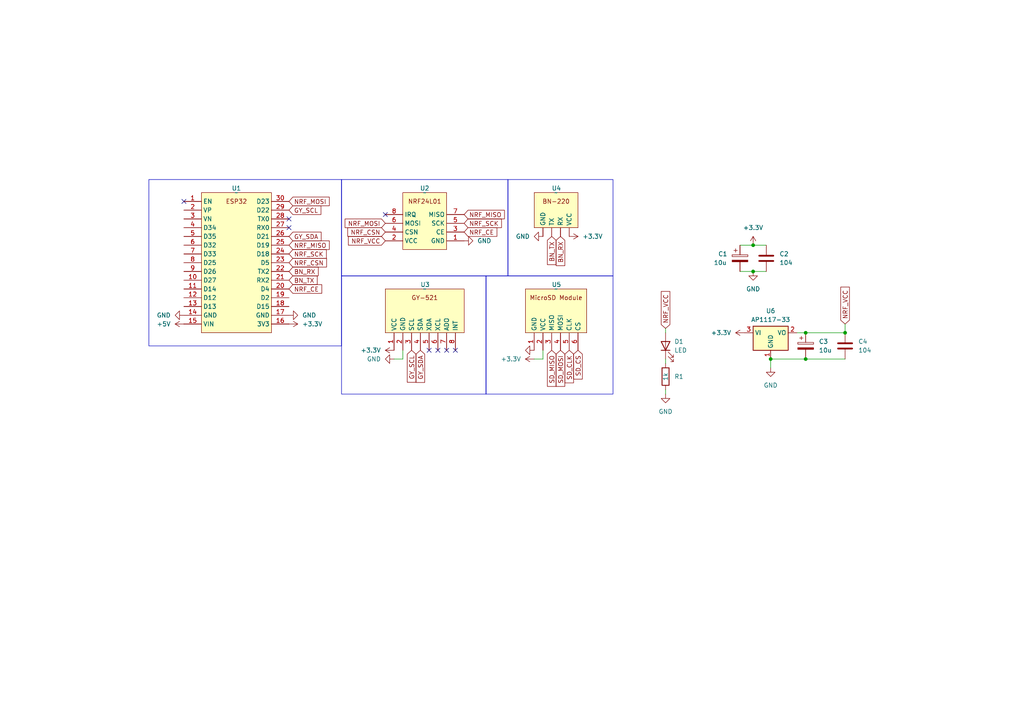
<source format=kicad_sch>
(kicad_sch (version 20230121) (generator eeschema)
  (paper "A4")
  (lib_symbols
    (symbol "Device:C" (pin_numbers hide) (pin_names (offset 0.254))
      (property "Reference" "C" (at 0.635 2.54 0))
      (property "Value" "C" (at 0.635 -2.54 0))
      (symbol "C_0_1"
        (polyline (pts (xy -2.032 -0.762) (xy 2.032 -0.762)) (stroke (width 0.508)))
        (polyline (pts (xy -2.032 0.762) (xy 2.032 0.762)) (stroke (width 0.508)))
      )
      (symbol "C_1_1"
        (pin passive line (at 0 3.81 270) (length 2.794) (name "~") (number "1"))
        (pin passive line (at 0 -3.81 90) (length 2.794) (name "~") (number "2"))
      )
    )
    (symbol "Device:C_Polarized" (pin_numbers hide) (pin_names (offset 0.254))
      (property "Reference" "C" (at 0.635 2.54 0))
      (property "Value" "C_Polarized" (at 0.635 -2.54 0))
      (symbol "C_Polarized_0_1"
        (rectangle (start -2.286 0.508) (end 2.286 1.016))
        (polyline (pts (xy -1.778 2.286) (xy -0.762 2.286)))
        (polyline (pts (xy -1.27 2.794) (xy -1.27 1.778)))
        (rectangle (start 2.286 -0.508) (end -2.286 -1.016) (fill (type outline)))
      )
      (symbol "C_Polarized_1_1"
        (pin passive line (at 0 3.81 270) (length 2.794) (name "~") (number "1"))
        (pin passive line (at 0 -3.81 90) (length 2.794) (name "~") (number "2"))
      )
    )
    (symbol "Device:LED" (pin_numbers hide) (pin_names (offset 1.016) hide)
      (property "Reference" "D" (at 0 2.54 0))
      (property "Value" "LED" (at 0 -2.54 0))
      (symbol "LED_0_1"
        (polyline (pts (xy -1.27 -1.27) (xy -1.27 1.27)) (stroke (width 0.254)))
        (polyline (pts (xy -1.27 0) (xy 1.27 0)))
        (polyline (pts (xy 1.27 -1.27) (xy 1.27 1.27) (xy -1.27 0) (xy 1.27 -1.27)) (stroke (width 0.254)))
        (polyline (pts (xy -3.048 -0.762) (xy -4.572 -2.286) (xy -3.81 -2.286) (xy -4.572 -2.286) (xy -4.572 -1.524)))
        (polyline (pts (xy -1.778 -0.762) (xy -3.302 -2.286) (xy -2.54 -2.286) (xy -3.302 -2.286) (xy -3.302 -1.524)))
      )
      (symbol "LED_1_1"
        (pin passive line (at -3.81 0 0) (length 2.54) (name "K") (number "1"))
        (pin passive line (at 3.81 0 180) (length 2.54) (name "A") (number "2"))
      )
    )
    (symbol "Device:R" (pin_numbers hide) (pin_names (offset 0))
      (property "Reference" "R" (at 2.032 0 90))
      (property "Value" "R" (at 0 0 90))
      (symbol "R_0_1"
        (rectangle (start -1.016 -2.54) (end 1.016 2.54) (stroke (width 0.254)))
      )
      (symbol "R_1_1"
        (pin passive line (at 0 3.81 270) (length 1.27) (name "~") (number "1"))
        (pin passive line (at 0 -3.81 90) (length 1.27) (name "~") (number "2"))
      )
    )
    (symbol "GRC_Remote-Logging-Module:BN-220"
      (property "Reference" "U" (at 0 1.27 0))
      (symbol "BN-220_1_1"
        (rectangle (start -6.35 0) (end 6.35 -10.16) (fill (type background)))
        (text "BN-220" (at 0 -2.54 0) (effects (font (size 1.27 1.27))))
        (pin bidirectional line (at -3.81 -12.7 90) (length 2.54) (name "GND") (number ""))
        (pin bidirectional line (at 1.27 -12.7 90) (length 2.54) (name "RX") (number ""))
        (pin bidirectional line (at -1.27 -12.7 90) (length 2.54) (name "TX") (number ""))
        (pin bidirectional line (at 3.81 -12.7 90) (length 2.54) (name "VCC") (number ""))
      )
    )
    (symbol "GRC_Remote-Logging-Module:ESP32"
      (property "Reference" "U" (at 0 1.27 0))
      (symbol "ESP32_1_1"
        (rectangle (start -10.16 0) (end 10.16 -40.64) (fill (type background)))
        (text "ESP32" (at 0 -2.54 0) (effects (font (size 1.27 1.27))))
        (pin bidirectional line (at -15.24 -2.54 0) (length 5.08) (name "EN") (number "1"))
        (pin bidirectional line (at -15.24 -25.4 0) (length 5.08) (name "D27") (number "10"))
        (pin bidirectional line (at -15.24 -27.94 0) (length 5.08) (name "D14") (number "11"))
        (pin bidirectional line (at -15.24 -30.48 0) (length 5.08) (name "D12") (number "12"))
        (pin bidirectional line (at -15.24 -33.02 0) (length 5.08) (name "D13") (number "13"))
        (pin bidirectional line (at -15.24 -35.56 0) (length 5.08) (name "GND") (number "14"))
        (pin bidirectional line (at -15.24 -38.1 0) (length 5.08) (name "VIN") (number "15"))
        (pin bidirectional line (at 15.24 -38.1 180) (length 5.08) (name "3V3") (number "16"))
        (pin bidirectional line (at 15.24 -35.56 180) (length 5.08) (name "GND") (number "17"))
        (pin bidirectional line (at 15.24 -33.02 180) (length 5.08) (name "D15") (number "18"))
        (pin bidirectional line (at 15.24 -30.48 180) (length 5.08) (name "D2") (number "19"))
        (pin bidirectional line (at -15.24 -5.08 0) (length 5.08) (name "VP") (number "2"))
        (pin bidirectional line (at 15.24 -27.94 180) (length 5.08) (name "D4") (number "20"))
        (pin bidirectional line (at 15.24 -25.4 180) (length 5.08) (name "RX2") (number "21"))
        (pin bidirectional line (at 15.24 -22.86 180) (length 5.08) (name "TX2") (number "22"))
        (pin bidirectional line (at 15.24 -20.32 180) (length 5.08) (name "D5") (number "23"))
        (pin bidirectional line (at 15.24 -17.78 180) (length 5.08) (name "D18") (number "24"))
        (pin bidirectional line (at 15.24 -15.24 180) (length 5.08) (name "D19") (number "25"))
        (pin bidirectional line (at 15.24 -12.7 180) (length 5.08) (name "D21") (number "26"))
        (pin bidirectional line (at 15.24 -10.16 180) (length 5.08) (name "RX0") (number "27"))
        (pin bidirectional line (at 15.24 -7.62 180) (length 5.08) (name "TX0") (number "28"))
        (pin bidirectional line (at 15.24 -5.08 180) (length 5.08) (name "D22") (number "29"))
        (pin bidirectional line (at -15.24 -7.62 0) (length 5.08) (name "VN") (number "3"))
        (pin bidirectional line (at 15.24 -2.54 180) (length 5.08) (name "D23") (number "30"))
        (pin bidirectional line (at -15.24 -10.16 0) (length 5.08) (name "D34") (number "4"))
        (pin bidirectional line (at -15.24 -12.7 0) (length 5.08) (name "D35") (number "5"))
        (pin bidirectional line (at -15.24 -15.24 0) (length 5.08) (name "D32") (number "6"))
        (pin bidirectional line (at -15.24 -17.78 0) (length 5.08) (name "D33") (number "7"))
        (pin bidirectional line (at -15.24 -20.32 0) (length 5.08) (name "D25") (number "8"))
        (pin bidirectional line (at -15.24 -22.86 0) (length 5.08) (name "D26") (number "9"))
      )
    )
    (symbol "GRC_Remote-Logging-Module:GY-521"
      (property "Reference" "U" (at 0 1.27 0))
      (symbol "GY-521_1_1"
        (rectangle (start -11.43 0) (end 11.43 -12.7) (fill (type background)))
        (text "GY-521" (at 0 -2.54 0) (effects (font (size 1.27 1.27))))
        (pin bidirectional line (at -8.89 -17.78 90) (length 5.08) (name "VCC") (number "1"))
        (pin bidirectional line (at -6.35 -17.78 90) (length 5.08) (name "GND") (number "2"))
        (pin bidirectional line (at -3.81 -17.78 90) (length 5.08) (name "SCL") (number "3"))
        (pin bidirectional line (at -1.27 -17.78 90) (length 5.08) (name "SDA") (number "4"))
        (pin bidirectional line (at 1.27 -17.78 90) (length 5.08) (name "XDA") (number "5"))
        (pin bidirectional line (at 3.81 -17.78 90) (length 5.08) (name "XCL") (number "6"))
        (pin bidirectional line (at 6.35 -17.78 90) (length 5.08) (name "ADO") (number "7"))
        (pin bidirectional line (at 8.89 -17.78 90) (length 5.08) (name "INT") (number "8"))
      )
    )
    (symbol "GRC_Remote-Logging-Module:MicroSD-Module"
      (property "Reference" "U" (at 0 1.27 0))
      (symbol "MicroSD-Module_1_1"
        (rectangle (start -8.89 0) (end 8.89 -12.7) (fill (type background)))
        (text "MicroSD Module" (at 0 -2.54 0) (effects (font (size 1.27 1.27))))
        (pin bidirectional line (at -6.35 -17.78 90) (length 5.08) (name "GND") (number "1"))
        (pin bidirectional line (at -3.81 -17.78 90) (length 5.08) (name "VCC") (number "2"))
        (pin bidirectional line (at -1.27 -17.78 90) (length 5.08) (name "MISO") (number "3"))
        (pin bidirectional line (at 1.27 -17.78 90) (length 5.08) (name "MOSI") (number "4"))
        (pin bidirectional line (at 3.81 -17.78 90) (length 5.08) (name "CLK") (number "5"))
        (pin bidirectional line (at 6.35 -17.78 90) (length 5.08) (name "CS") (number "6"))
      )
    )
    (symbol "GRC_Remote-Logging-Module:NRF24L01"
      (property "Reference" "U" (at 0 1.27 0))
      (symbol "NRF24L01_1_1"
        (rectangle (start -6.35 0) (end 6.35 -16.51) (fill (type background)))
        (text "NRF24L01" (at 0 -2.54 0) (effects (font (size 1.27 1.27))))
        (pin bidirectional line (at 11.43 -13.97 180) (length 5.08) (name "GND") (number "1"))
        (pin bidirectional line (at -11.43 -13.97 0) (length 5.08) (name "VCC") (number "2"))
        (pin bidirectional line (at 11.43 -11.43 180) (length 5.08) (name "CE") (number "3"))
        (pin bidirectional line (at -11.43 -11.43 0) (length 5.08) (name "CSN") (number "4"))
        (pin bidirectional line (at 11.43 -8.89 180) (length 5.08) (name "SCK") (number "5"))
        (pin bidirectional line (at -11.43 -8.89 0) (length 5.08) (name "MOSI") (number "6"))
        (pin bidirectional line (at 11.43 -6.35 180) (length 5.08) (name "MISO") (number "7"))
        (pin bidirectional line (at -11.43 -6.35 0) (length 5.08) (name "IRQ") (number "8"))
      )
    )
    (symbol "Regulator_Linear:AP1117-33"
      (property "Reference" "U" (at -3.81 3.175 0))
      (property "Value" "AP1117-33" (at 0 3.175 0))
      (symbol "AP1117-33_0_1"
        (rectangle (start -5.08 -5.08) (end 5.08 1.905) (stroke (width 0.254)) (fill (type background)))
      )
      (symbol "AP1117-33_1_1"
        (pin power_in line (at 0 -7.62 90) (length 2.54) (name "GND") (number "1"))
        (pin power_out line (at 7.62 0 180) (length 2.54) (name "VO") (number "2"))
        (pin power_in line (at -7.62 0 0) (length 2.54) (name "VI") (number "3"))
      )
    )
    (symbol "power:+3.3V" (power) (pin_names (offset 0))
      (property "Value" "+3.3V" (at 0 3.556 0))
      (symbol "+3.3V_0_1"
        (polyline (pts (xy -0.762 1.27) (xy 0 2.54)))
        (polyline (pts (xy 0 0) (xy 0 2.54)))
        (polyline (pts (xy 0 2.54) (xy 0.762 1.27)))
      )
      (symbol "+3.3V_1_1"
        (pin power_in line (at 0 0 90) (length 0) hide (name "+3.3V") (number "1"))
      )
    )
    (symbol "power:+5V" (power) (pin_names (offset 0))
      (property "Value" "+5V" (at 0 3.556 0))
      (symbol "+5V_0_1"
        (polyline (pts (xy -0.762 1.27) (xy 0 2.54)))
        (polyline (pts (xy 0 0) (xy 0 2.54)))
        (polyline (pts (xy 0 2.54) (xy 0.762 1.27)))
      )
      (symbol "+5V_1_1"
        (pin power_in line (at 0 0 90) (length 0) hide (name "+5V") (number "1"))
      )
    )
    (symbol "power:GND" (power) (pin_names (offset 0))
      (property "Value" "GND" (at 0 -3.81 0))
      (symbol "GND_0_1"
        (polyline (pts (xy 0 0) (xy 0 -1.27) (xy 1.27 -1.27) (xy 0 -2.54) (xy -1.27 -1.27) (xy 0 -1.27)))
      )
      (symbol "GND_1_1"
        (pin power_in line (at 0 0 270) (length 0) hide (name "GND") (number "1"))
      )
    )
  )
  (junction (at 218.44 78.74))
  (junction (at 218.44 71.12))
  (junction (at 245.11 96.52))
  (junction (at 223.52 104.14))
  (junction (at 233.68 104.14))
  (junction (at 233.68 96.52))
  (no_connect (at 129.54 101.6))
  (no_connect (at 83.82 66.04))
  (no_connect (at 53.34 58.42))
  (no_connect (at 111.76 62.23))
  (no_connect (at 124.46 101.6))
  (no_connect (at 127 101.6))
  (no_connect (at 83.82 63.5))
  (no_connect (at 132.08 101.6))
  (wire (pts (xy 214.63 71.12) (xy 218.44 71.12)))
  (wire (pts (xy 154.94 104.14) (xy 157.48 104.14)))
  (wire (pts (xy 114.3 104.14) (xy 116.84 104.14)))
  (wire (pts (xy 233.68 96.52) (xy 245.11 96.52)))
  (wire (pts (xy 116.84 104.14) (xy 116.84 101.6)))
  (wire (pts (xy 245.11 93.98) (xy 245.11 96.52)))
  (wire (pts (xy 233.68 104.14) (xy 245.11 104.14)))
  (wire (pts (xy 223.52 104.14) (xy 223.52 106.68)))
  (wire (pts (xy 214.63 78.74) (xy 218.44 78.74)))
  (wire (pts (xy 193.04 95.25) (xy 193.04 96.52)))
  (wire (pts (xy 231.14 96.52) (xy 233.68 96.52)))
  (wire (pts (xy 218.44 71.12) (xy 222.25 71.12)))
  (wire (pts (xy 233.68 104.14) (xy 223.52 104.14)))
  (wire (pts (xy 193.04 113.03) (xy 193.04 114.3)))
  (wire (pts (xy 193.04 104.14) (xy 193.04 105.41)))
  (wire (pts (xy 218.44 78.74) (xy 222.25 78.74)))
  (wire (pts (xy 157.48 104.14) (xy 157.48 101.6)))
  (rectangle (start 99.06 52.07) (end 147.32 80.01))
  (rectangle (start 147.32 52.07) (end 177.8 80.01))
  (rectangle (start 99.06 80.01) (end 140.97 114.3))
  (rectangle (start 43.18 52.07) (end 99.06 100.33))
  (rectangle (start 140.97 80.01) (end 177.8 114.3))
  (global_label "NRF_VCC" (shape input) (at 111.76 69.85 180) (property "Intersheetrefs" "${INTERSHEET_REFS}" (effects hide)))
  (global_label "NRF_CSN" (shape input) (at 83.82 76.2 0) (property "Intersheetrefs" "${INTERSHEET_REFS}" (effects hide)))
  (global_label "SD_CLK" (shape input) (at 165.1 101.6 270) (property "Intersheetrefs" "${INTERSHEET_REFS}" (effects hide)))
  (global_label "NRF_SCK" (shape input) (at 134.62 64.77 0) (property "Intersheetrefs" "${INTERSHEET_REFS}" (effects hide)))
  (global_label "NRF_CSN" (shape input) (at 111.76 67.31 180) (property "Intersheetrefs" "${INTERSHEET_REFS}" (effects hide)))
  (global_label "SD_MISO" (shape input) (at 160.02 101.6 270) (property "Intersheetrefs" "${INTERSHEET_REFS}" (effects hide)))
  (global_label "GY_SCL" (shape input) (at 83.82 60.96 0) (property "Intersheetrefs" "${INTERSHEET_REFS}" (effects hide)))
  (global_label "SD_MOSI" (shape input) (at 162.56 101.6 270) (property "Intersheetrefs" "${INTERSHEET_REFS}" (effects hide)))
  (global_label "GY_SDA" (shape input) (at 121.92 101.6 270) (property "Intersheetrefs" "${INTERSHEET_REFS}" (effects hide)))
  (global_label "NRF_MISO" (shape input) (at 134.62 62.23 0) (property "Intersheetrefs" "${INTERSHEET_REFS}" (effects hide)))
  (global_label "NRF_MOSI" (shape input) (at 111.76 64.77 180) (property "Intersheetrefs" "${INTERSHEET_REFS}" (effects hide)))
  (global_label "BN_RX" (shape input) (at 162.56 68.58 270) (property "Intersheetrefs" "${INTERSHEET_REFS}" (effects hide)))
  (global_label "NRF_MISO" (shape input) (at 83.82 71.12 0) (property "Intersheetrefs" "${INTERSHEET_REFS}" (effects hide)))
  (global_label "SD_CS" (shape input) (at 167.64 101.6 270) (property "Intersheetrefs" "${INTERSHEET_REFS}" (effects hide)))
  (global_label "BN_RX" (shape input) (at 83.82 78.74 0) (property "Intersheetrefs" "${INTERSHEET_REFS}" (effects hide)))
  (global_label "NRF_VCC" (shape input) (at 245.11 93.98 90) (property "Intersheetrefs" "${INTERSHEET_REFS}" (effects hide)))
  (global_label "NRF_CE" (shape input) (at 134.62 67.31 0) (property "Intersheetrefs" "${INTERSHEET_REFS}" (effects hide)))
  (global_label "BN_TX" (shape input) (at 160.02 68.58 270) (property "Intersheetrefs" "${INTERSHEET_REFS}" (effects hide)))
  (global_label "BN_TX" (shape input) (at 83.82 81.28 0) (property "Intersheetrefs" "${INTERSHEET_REFS}" (effects hide)))
  (global_label "NRF_CE" (shape input) (at 83.82 83.82 0) (property "Intersheetrefs" "${INTERSHEET_REFS}" (effects hide)))
  (global_label "GY_SCL" (shape input) (at 119.38 101.6 270) (property "Intersheetrefs" "${INTERSHEET_REFS}" (effects hide)))
  (global_label "NRF_MOSI" (shape input) (at 83.82 58.42 0) (property "Intersheetrefs" "${INTERSHEET_REFS}" (effects hide)))
  (global_label "GY_SDA" (shape input) (at 83.82 68.58 0) (property "Intersheetrefs" "${INTERSHEET_REFS}" (effects hide)))
  (global_label "NRF_SCK" (shape input) (at 83.82 73.66 0) (property "Intersheetrefs" "${INTERSHEET_REFS}" (effects hide)))
  (global_label "NRF_VCC" (shape input) (at 193.04 95.25 90) (property "Intersheetrefs" "${INTERSHEET_REFS}" (effects hide)))
  (symbol (lib_id "power:+3.3V") (at 165.1 68.58 270) (unit 1)
    (property "Reference" "#PWR08" (effects hide))
    (property "Value" "+3.3V" (at 168.91 68.58 90) (effects (justify left)))
  )
  (symbol (lib_id "power:GND") (at 114.3 104.14 270) (unit 1)
    (property "Reference" "#PWR04" (effects hide))
    (property "Value" "GND" (at 110.49 104.14 90) (effects (justify right)))
  )
  (symbol (lib_id "Device:C_Polarized") (at 233.68 100.33 0) (unit 1)
    (property "Reference" "C3" (at 237.49 99.06 0) (effects (justify left)))
    (property "Value" "10u" (at 237.49 101.6 0) (effects (justify left)))
    (property "Footprint" "Capacitor_SMD:C_0603_1608Metric_Pad1.08x0.95mm_HandSolder" (effects hide))
  )
  (symbol (lib_id "Regulator_Linear:AP1117-33") (at 223.52 96.52 0) (unit 1)
    (property "Reference" "U6" (at 223.52 90.17 0))
    (property "Value" "AP1117-33" (at 223.52 92.71 0))
    (property "Footprint" "Package_TO_SOT_SMD:SOT-223-3_TabPin2" (effects hide))
    (property "Datasheet" "http://www.diodes.com/datasheets/AP1117.pdf" (effects hide))
  )
  (symbol (lib_id "power:GND") (at 157.48 68.58 270) (unit 1)
    (property "Reference" "#PWR09" (effects hide))
    (property "Value" "GND" (at 153.67 68.58 90) (effects (justify right)))
  )
  (symbol (lib_id "power:+3.3V") (at 218.44 71.12 0) (unit 1)
    (property "Reference" "#PWR015" (effects hide))
    (property "Value" "+3.3V" (at 218.44 66.04 0))
  )
  (symbol (lib_id "GRC_Remote-Logging-Module:NRF24L01") (at 123.19 55.88 0) (unit 1)
    (property "Reference" "U2" (at 123.19 54.61 0))
    (property "Value" "~" (at 123.19 55.88 0))
    (property "Footprint" "GRC:NRF24L01" (effects hide))
  )
  (symbol (lib_id "power:+3.3V") (at 215.9 96.52 90) (unit 1)
    (property "Reference" "#PWR014" (effects hide))
    (property "Value" "+3.3V" (at 212.09 96.52 90) (effects (justify left)))
  )
  (symbol (lib_id "Device:LED") (at 193.04 100.33 90) (unit 1)
    (property "Reference" "D1" (at 195.58 99.06 90) (effects (justify right)))
    (property "Value" "LED" (at 195.58 101.6 90) (effects (justify right)))
    (property "Footprint" "LED_SMD:LED_0603_1608Metric_Pad1.05x0.95mm_HandSolder" (effects hide))
  )
  (symbol (lib_id "power:+3.3V") (at 114.3 101.6 90) (unit 1)
    (property "Reference" "#PWR01" (effects hide))
    (property "Value" "+3.3V" (at 110.49 101.6 90) (effects (justify left)))
  )
  (symbol (lib_id "power:GND") (at 154.94 101.6 270) (unit 1)
    (property "Reference" "#PWR011" (effects hide))
    (property "Value" "GND" (effects hide))
  )
  (symbol (lib_id "Device:C") (at 222.25 74.93 0) (unit 1)
    (property "Reference" "C2" (at 226.06 73.66 0) (effects (justify left)))
    (property "Value" "104" (at 226.06 76.2 0) (effects (justify left)))
    (property "Footprint" "Capacitor_SMD:C_0603_1608Metric_Pad1.08x0.95mm_HandSolder" (effects hide))
  )
  (symbol (lib_id "power:+3.3V") (at 154.94 104.14 90) (unit 1)
    (property "Reference" "#PWR012" (effects hide))
    (property "Value" "+3.3V" (at 151.13 104.14 90) (effects (justify left)))
  )
  (symbol (lib_id "power:GND") (at 83.82 91.44 90) (unit 1)
    (property "Reference" "#PWR05" (effects hide))
    (property "Value" "GND" (at 87.63 91.44 90) (effects (justify right)))
  )
  (symbol (lib_id "Device:C") (at 245.11 100.33 0) (unit 1)
    (property "Reference" "C4" (at 248.92 99.06 0) (effects (justify left)))
    (property "Value" "104" (at 248.92 101.6 0) (effects (justify left)))
    (property "Footprint" "Capacitor_SMD:C_0603_1608Metric_Pad1.08x0.95mm_HandSolder" (effects hide))
  )
  (symbol (lib_id "GRC_Remote-Logging-Module:BN-220") (at 161.29 55.88 0) (unit 1)
    (property "Reference" "U4" (at 160.02 54.61 0) (effects (justify left)))
    (property "Value" "~" (at 161.29 55.88 0))
  )
  (symbol (lib_id "Device:R") (at 193.04 109.22 0) (unit 1)
    (property "Reference" "R1" (at 195.58 109.22 0) (effects (justify left)))
    (property "Value" "1k" (at 193.04 110.49 90) (effects (justify left)))
    (property "Footprint" "Resistor_SMD:R_0603_1608Metric_Pad0.98x0.95mm_HandSolder" (effects hide))
  )
  (symbol (lib_id "Device:C_Polarized") (at 214.63 74.93 0) (unit 1)
    (property "Reference" "C1" (at 208.28 73.66 0) (effects (justify left)))
    (property "Value" "10u" (at 207.01 76.2 0) (effects (justify left)))
    (property "Footprint" "Capacitor_SMD:C_0603_1608Metric_Pad1.08x0.95mm_HandSolder" (effects hide))
  )
  (symbol (lib_id "power:GND") (at 218.44 78.74 0) (unit 1)
    (property "Reference" "#PWR016" (effects hide))
    (property "Value" "GND" (at 218.44 83.82 0))
  )
  (symbol (lib_id "power:+3.3V") (at 83.82 93.98 270) (unit 1)
    (property "Reference" "#PWR03" (effects hide))
    (property "Value" "+3.3V" (at 87.63 93.98 90) (effects (justify left)))
  )
  (symbol (lib_id "power:GND") (at 134.62 69.85 90) (unit 1)
    (property "Reference" "#PWR06" (effects hide))
    (property "Value" "GND" (at 138.43 69.85 90) (effects (justify right)))
  )
  (symbol (lib_id "GRC_Remote-Logging-Module:GY-521") (at 123.19 83.82 0) (unit 1)
    (property "Reference" "U3" (at 121.92 82.55 0) (effects (justify left)))
    (property "Value" "~" (at 123.19 83.82 0))
    (property "Footprint" "GRC:GY-521" (effects hide))
  )
  (symbol (lib_id "power:GND") (at 193.04 114.3 0) (unit 1)
    (property "Reference" "#PWR02" (effects hide))
    (property "Value" "GND" (at 193.04 119.38 0))
  )
  (symbol (lib_id "power:GND") (at 53.34 91.44 270) (unit 1)
    (property "Reference" "#PWR07" (effects hide))
    (property "Value" "GND" (at 49.53 91.44 90) (effects (justify right)))
  )
  (symbol (lib_id "power:+5V") (at 53.34 93.98 90) (unit 1)
    (property "Reference" "#PWR010" (effects hide))
    (property "Value" "+5V" (at 49.53 93.98 90) (effects (justify left)))
  )
  (symbol (lib_id "power:GND") (at 223.52 106.68 0) (unit 1)
    (property "Reference" "#PWR013" (effects hide))
    (property "Value" "GND" (at 223.52 111.76 0))
  )
  (symbol (lib_id "GRC_Remote-Logging-Module:MicroSD-Module") (at 161.29 83.82 0) (unit 1)
    (property "Reference" "U5" (at 160.02 82.55 0) (effects (justify left)))
    (property "Value" "~" (at 161.29 83.82 0))
  )
  (symbol (lib_id "GRC_Remote-Logging-Module:ESP32") (at 68.58 55.88 0) (unit 1)
    (property "Reference" "U1" (at 68.58 54.61 0))
    (property "Value" "~" (at 68.58 55.88 0))
    (property "Footprint" "GRC:ESP32" (effects hide))
  )
)
</source>
